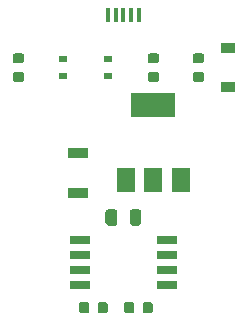
<source format=gtp>
%TF.GenerationSoftware,KiCad,Pcbnew,(5.1.6)-1*%
%TF.CreationDate,2020-11-18T13:32:08+05:30*%
%TF.ProjectId,ATTiny85 Development Board,41545469-6e79-4383-9520-446576656c6f,rev?*%
%TF.SameCoordinates,Original*%
%TF.FileFunction,Paste,Top*%
%TF.FilePolarity,Positive*%
%FSLAX46Y46*%
G04 Gerber Fmt 4.6, Leading zero omitted, Abs format (unit mm)*
G04 Created by KiCad (PCBNEW (5.1.6)-1) date 2020-11-18 13:32:08*
%MOMM*%
%LPD*%
G01*
G04 APERTURE LIST*
%ADD10R,1.700000X0.900000*%
%ADD11R,0.450000X1.300000*%
%ADD12R,1.500000X2.000000*%
%ADD13R,3.800000X2.000000*%
%ADD14R,0.700000X0.600000*%
%ADD15R,1.200000X0.900000*%
%ADD16R,1.700000X0.650000*%
G04 APERTURE END LIST*
D10*
%TO.C,SW1*%
X133350000Y-121080000D03*
X133350000Y-117680000D03*
%TD*%
D11*
%TO.C,J1*%
X135860000Y-106040000D03*
X136510000Y-106040000D03*
X137160000Y-106040000D03*
X137810000Y-106040000D03*
X138460000Y-106040000D03*
%TD*%
D12*
%TO.C,U2*%
X137400000Y-119990000D03*
X142000000Y-119990000D03*
X139700000Y-119990000D03*
D13*
X139700000Y-113690000D03*
%TD*%
%TO.C,R4*%
G36*
G01*
X136635000Y-122707000D02*
X136635000Y-123673000D01*
G75*
G02*
X136418000Y-123890000I-217000J0D01*
G01*
X135852000Y-123890000D01*
G75*
G02*
X135635000Y-123673000I0J217000D01*
G01*
X135635000Y-122707000D01*
G75*
G02*
X135852000Y-122490000I217000J0D01*
G01*
X136418000Y-122490000D01*
G75*
G02*
X136635000Y-122707000I0J-217000D01*
G01*
G37*
G36*
G01*
X138685000Y-122707000D02*
X138685000Y-123673000D01*
G75*
G02*
X138468000Y-123890000I-217000J0D01*
G01*
X137902000Y-123890000D01*
G75*
G02*
X137685000Y-123673000I0J217000D01*
G01*
X137685000Y-122707000D01*
G75*
G02*
X137902000Y-122490000I217000J0D01*
G01*
X138468000Y-122490000D01*
G75*
G02*
X138685000Y-122707000I0J-217000D01*
G01*
G37*
%TD*%
%TO.C,C1*%
G36*
G01*
X137205000Y-131066250D02*
X137205000Y-130553750D01*
G75*
G02*
X137423750Y-130335000I218750J0D01*
G01*
X137861250Y-130335000D01*
G75*
G02*
X138080000Y-130553750I0J-218750D01*
G01*
X138080000Y-131066250D01*
G75*
G02*
X137861250Y-131285000I-218750J0D01*
G01*
X137423750Y-131285000D01*
G75*
G02*
X137205000Y-131066250I0J218750D01*
G01*
G37*
G36*
G01*
X138780000Y-131066250D02*
X138780000Y-130553750D01*
G75*
G02*
X138998750Y-130335000I218750J0D01*
G01*
X139436250Y-130335000D01*
G75*
G02*
X139655000Y-130553750I0J-218750D01*
G01*
X139655000Y-131066250D01*
G75*
G02*
X139436250Y-131285000I-218750J0D01*
G01*
X138998750Y-131285000D01*
G75*
G02*
X138780000Y-131066250I0J218750D01*
G01*
G37*
%TD*%
%TO.C,C2*%
G36*
G01*
X134270000Y-130553750D02*
X134270000Y-131066250D01*
G75*
G02*
X134051250Y-131285000I-218750J0D01*
G01*
X133613750Y-131285000D01*
G75*
G02*
X133395000Y-131066250I0J218750D01*
G01*
X133395000Y-130553750D01*
G75*
G02*
X133613750Y-130335000I218750J0D01*
G01*
X134051250Y-130335000D01*
G75*
G02*
X134270000Y-130553750I0J-218750D01*
G01*
G37*
G36*
G01*
X135845000Y-130553750D02*
X135845000Y-131066250D01*
G75*
G02*
X135626250Y-131285000I-218750J0D01*
G01*
X135188750Y-131285000D01*
G75*
G02*
X134970000Y-131066250I0J218750D01*
G01*
X134970000Y-130553750D01*
G75*
G02*
X135188750Y-130335000I218750J0D01*
G01*
X135626250Y-130335000D01*
G75*
G02*
X135845000Y-130553750I0J-218750D01*
G01*
G37*
%TD*%
D14*
%TO.C,D1*%
X132080000Y-111190000D03*
X132080000Y-109790000D03*
%TD*%
%TO.C,D2*%
X135890000Y-109790000D03*
X135890000Y-111190000D03*
%TD*%
D15*
%TO.C,D3*%
X146050000Y-108840000D03*
X146050000Y-112140000D03*
%TD*%
%TO.C,D4*%
G36*
G01*
X139956250Y-110140000D02*
X139443750Y-110140000D01*
G75*
G02*
X139225000Y-109921250I0J218750D01*
G01*
X139225000Y-109483750D01*
G75*
G02*
X139443750Y-109265000I218750J0D01*
G01*
X139956250Y-109265000D01*
G75*
G02*
X140175000Y-109483750I0J-218750D01*
G01*
X140175000Y-109921250D01*
G75*
G02*
X139956250Y-110140000I-218750J0D01*
G01*
G37*
G36*
G01*
X139956250Y-111715000D02*
X139443750Y-111715000D01*
G75*
G02*
X139225000Y-111496250I0J218750D01*
G01*
X139225000Y-111058750D01*
G75*
G02*
X139443750Y-110840000I218750J0D01*
G01*
X139956250Y-110840000D01*
G75*
G02*
X140175000Y-111058750I0J-218750D01*
G01*
X140175000Y-111496250D01*
G75*
G02*
X139956250Y-111715000I-218750J0D01*
G01*
G37*
%TD*%
%TO.C,R1*%
G36*
G01*
X128526250Y-110140000D02*
X128013750Y-110140000D01*
G75*
G02*
X127795000Y-109921250I0J218750D01*
G01*
X127795000Y-109483750D01*
G75*
G02*
X128013750Y-109265000I218750J0D01*
G01*
X128526250Y-109265000D01*
G75*
G02*
X128745000Y-109483750I0J-218750D01*
G01*
X128745000Y-109921250D01*
G75*
G02*
X128526250Y-110140000I-218750J0D01*
G01*
G37*
G36*
G01*
X128526250Y-111715000D02*
X128013750Y-111715000D01*
G75*
G02*
X127795000Y-111496250I0J218750D01*
G01*
X127795000Y-111058750D01*
G75*
G02*
X128013750Y-110840000I218750J0D01*
G01*
X128526250Y-110840000D01*
G75*
G02*
X128745000Y-111058750I0J-218750D01*
G01*
X128745000Y-111496250D01*
G75*
G02*
X128526250Y-111715000I-218750J0D01*
G01*
G37*
%TD*%
%TO.C,R5*%
G36*
G01*
X143766250Y-111715000D02*
X143253750Y-111715000D01*
G75*
G02*
X143035000Y-111496250I0J218750D01*
G01*
X143035000Y-111058750D01*
G75*
G02*
X143253750Y-110840000I218750J0D01*
G01*
X143766250Y-110840000D01*
G75*
G02*
X143985000Y-111058750I0J-218750D01*
G01*
X143985000Y-111496250D01*
G75*
G02*
X143766250Y-111715000I-218750J0D01*
G01*
G37*
G36*
G01*
X143766250Y-110140000D02*
X143253750Y-110140000D01*
G75*
G02*
X143035000Y-109921250I0J218750D01*
G01*
X143035000Y-109483750D01*
G75*
G02*
X143253750Y-109265000I218750J0D01*
G01*
X143766250Y-109265000D01*
G75*
G02*
X143985000Y-109483750I0J-218750D01*
G01*
X143985000Y-109921250D01*
G75*
G02*
X143766250Y-110140000I-218750J0D01*
G01*
G37*
%TD*%
D16*
%TO.C,U1*%
X140810000Y-125095000D03*
X140810000Y-126365000D03*
X140810000Y-127635000D03*
X140810000Y-128905000D03*
X133510000Y-128905000D03*
X133510000Y-127635000D03*
X133510000Y-126365000D03*
X133510000Y-125095000D03*
%TD*%
M02*

</source>
